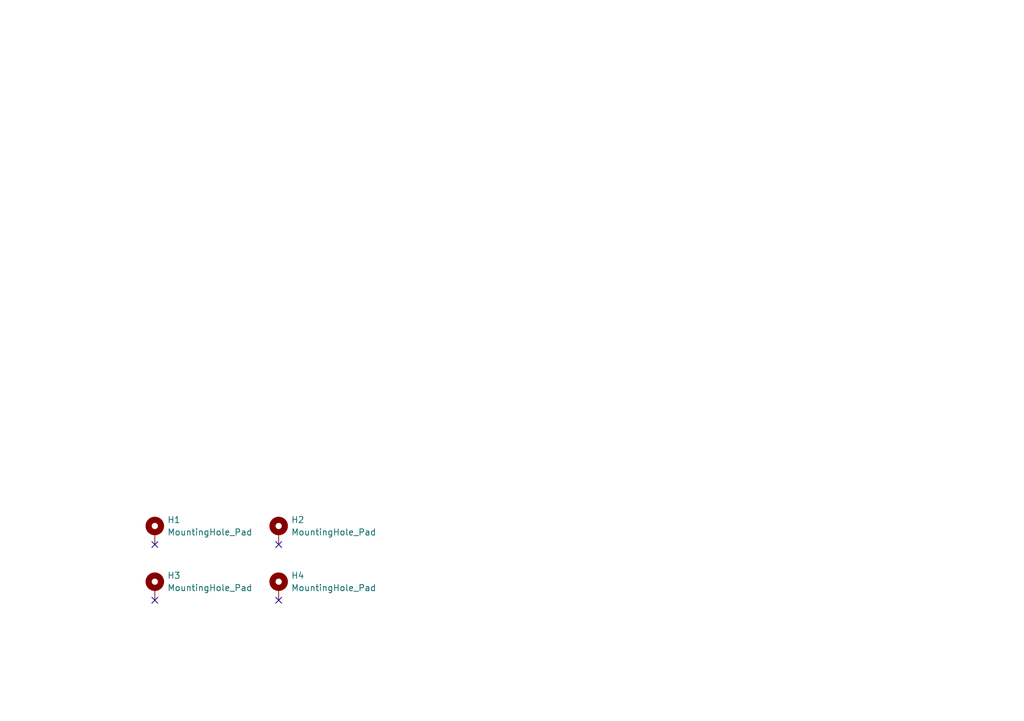
<source format=kicad_sch>
(kicad_sch (version 20211123) (generator eeschema)
  (paper "A5")
  (title_block (date "2023-03-16") (rev "0"))
  (lib_symbols
    (symbol "Mechanical:MountingHole_Pad" (pin_numbers hide) (pin_names (offset 1.016) hide)
      (property "Reference" "H" (at 0 6.35 0))
      (property "Value" "MountingHole_Pad" (at 0 4.445 0))
      (symbol "MountingHole_Pad_0_1"
        (circle (center 0 1.27) (radius 1.27) (stroke (width 1.27)))
      )
      (symbol "MountingHole_Pad_1_1"
        (pin input line (at 0 -2.54 90) (length 2.54) (name "1") (number "1"))
      )
    )
  )
  (no_connect (at 57.15 111.76))
  (no_connect (at 57.15 123.19))
  (no_connect (at 31.75 123.19))
  (no_connect (at 31.75 111.76))
  (symbol (lib_id "Mechanical:MountingHole_Pad") (at 31.75 120.65 0) (unit 1)
    (property "Reference" "H3" (at 34.29 118.1099 0) (effects (justify left)))
    (property "Value" "MountingHole_Pad" (at 34.29 120.6499 0) (effects (justify left)))
    (property "Footprint" "MountingHole:MountingHole_2.2mm_M2_Pad_TopBottom" (effects hide))
  )
  (symbol (lib_id "Mechanical:MountingHole_Pad") (at 57.15 109.22 0) (unit 1)
    (property "Reference" "H2" (at 59.69 106.6799 0) (effects (justify left)))
    (property "Value" "MountingHole_Pad" (at 59.69 109.2199 0) (effects (justify left)))
    (property "Footprint" "MountingHole:MountingHole_2.2mm_M2_Pad_TopBottom" (effects hide))
  )
  (symbol (lib_id "Mechanical:MountingHole_Pad") (at 31.75 109.22 0) (unit 1)
    (property "Reference" "H1" (at 34.29 106.6799 0) (effects (justify left)))
    (property "Value" "MountingHole_Pad" (at 34.29 109.2199 0) (effects (justify left)))
    (property "Footprint" "MountingHole:MountingHole_2.2mm_M2_Pad_TopBottom" (effects hide))
  )
  (symbol (lib_id "Mechanical:MountingHole_Pad") (at 57.15 120.65 0) (unit 1)
    (property "Reference" "H4" (at 59.69 118.1099 0) (effects (justify left)))
    (property "Value" "MountingHole_Pad" (at 59.69 120.6499 0) (effects (justify left)))
    (property "Footprint" "MountingHole:MountingHole_2.2mm_M2_Pad_TopBottom" (effects hide))
  )
)
</source>
